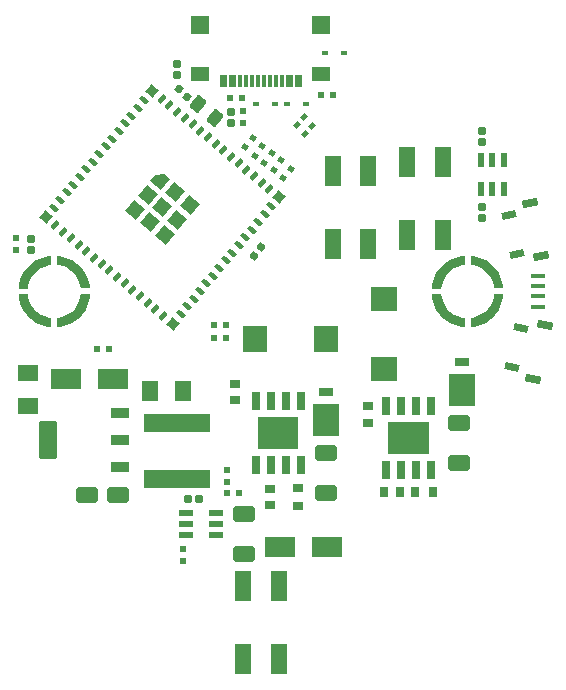
<source format=gbp>
G04*
G04 #@! TF.GenerationSoftware,Altium Limited,Altium Designer,21.9.2 (33)*
G04*
G04 Layer_Color=128*
%FSLAX25Y25*%
%MOIN*%
G70*
G04*
G04 #@! TF.SameCoordinates,C6F11EFD-203B-4413-AD8B-19CE97DDEB68*
G04*
G04*
G04 #@! TF.FilePolarity,Positive*
G04*
G01*
G75*
%ADD28R,0.05118X0.01654*%
G04:AMPARAMS|DCode=29|XSize=25mil|YSize=23.62mil|CornerRadius=2.95mil|HoleSize=0mil|Usage=FLASHONLY|Rotation=180.000|XOffset=0mil|YOffset=0mil|HoleType=Round|Shape=RoundedRectangle|*
%AMROUNDEDRECTD29*
21,1,0.02500,0.01772,0,0,180.0*
21,1,0.01909,0.02362,0,0,180.0*
1,1,0.00591,-0.00955,0.00886*
1,1,0.00591,0.00955,0.00886*
1,1,0.00591,0.00955,-0.00886*
1,1,0.00591,-0.00955,-0.00886*
%
%ADD29ROUNDEDRECTD29*%
G04:AMPARAMS|DCode=30|XSize=47.64mil|YSize=22.84mil|CornerRadius=2.85mil|HoleSize=0mil|Usage=FLASHONLY|Rotation=270.000|XOffset=0mil|YOffset=0mil|HoleType=Round|Shape=RoundedRectangle|*
%AMROUNDEDRECTD30*
21,1,0.04764,0.01713,0,0,270.0*
21,1,0.04193,0.02284,0,0,270.0*
1,1,0.00571,-0.00856,-0.02097*
1,1,0.00571,-0.00856,0.02097*
1,1,0.00571,0.00856,0.02097*
1,1,0.00571,0.00856,-0.02097*
%
%ADD30ROUNDEDRECTD30*%
G04:AMPARAMS|DCode=31|XSize=23.62mil|YSize=47.24mil|CornerRadius=0mil|HoleSize=0mil|Usage=FLASHONLY|Rotation=258.000|XOffset=0mil|YOffset=0mil|HoleType=Round|Shape=Rectangle|*
%AMROTATEDRECTD31*
4,1,4,-0.02065,0.01646,0.02556,0.00664,0.02065,-0.01646,-0.02556,-0.00664,-0.02065,0.01646,0.0*
%
%ADD31ROTATEDRECTD31*%

G04:AMPARAMS|DCode=32|XSize=51.18mil|YSize=25.59mil|CornerRadius=0mil|HoleSize=0mil|Usage=FLASHONLY|Rotation=168.000|XOffset=0mil|YOffset=0mil|HoleType=Round|Shape=Rectangle|*
%AMROTATEDRECTD32*
4,1,4,0.02769,0.00720,0.02237,-0.01784,-0.02769,-0.00720,-0.02237,0.01784,0.02769,0.00720,0.0*
%
%ADD32ROTATEDRECTD32*%

G04:AMPARAMS|DCode=33|XSize=23.62mil|YSize=47.24mil|CornerRadius=0mil|HoleSize=0mil|Usage=FLASHONLY|Rotation=282.000|XOffset=0mil|YOffset=0mil|HoleType=Round|Shape=Rectangle|*
%AMROTATEDRECTD33*
4,1,4,-0.02556,0.00664,0.02065,0.01646,0.02556,-0.00664,-0.02065,-0.01646,-0.02556,0.00664,0.0*
%
%ADD33ROTATEDRECTD33*%

G04:AMPARAMS|DCode=34|XSize=51.18mil|YSize=25.59mil|CornerRadius=0mil|HoleSize=0mil|Usage=FLASHONLY|Rotation=192.000|XOffset=0mil|YOffset=0mil|HoleType=Round|Shape=Rectangle|*
%AMROTATEDRECTD34*
4,1,4,0.02237,0.01784,0.02769,-0.00720,-0.02237,-0.01784,-0.02769,0.00720,0.02237,0.01784,0.0*
%
%ADD34ROTATEDRECTD34*%

G04:AMPARAMS|DCode=35|XSize=25mil|YSize=23.62mil|CornerRadius=2.95mil|HoleSize=0mil|Usage=FLASHONLY|Rotation=230.000|XOffset=0mil|YOffset=0mil|HoleType=Round|Shape=RoundedRectangle|*
%AMROUNDEDRECTD35*
21,1,0.02500,0.01772,0,0,230.0*
21,1,0.01909,0.02362,0,0,230.0*
1,1,0.00591,-0.01292,-0.00162*
1,1,0.00591,-0.00065,0.01301*
1,1,0.00591,0.01292,0.00162*
1,1,0.00591,0.00065,-0.01301*
%
%ADD35ROUNDEDRECTD35*%
%ADD36R,0.01870X0.01968*%
%ADD37R,0.01968X0.01870*%
G04:AMPARAMS|DCode=38|XSize=18.7mil|YSize=19.68mil|CornerRadius=0mil|HoleSize=0mil|Usage=FLASHONLY|Rotation=230.000|XOffset=0mil|YOffset=0mil|HoleType=Round|Shape=Rectangle|*
%AMROTATEDRECTD38*
4,1,4,-0.00153,0.01349,0.01355,0.00084,0.00153,-0.01349,-0.01355,-0.00084,-0.00153,0.01349,0.0*
%
%ADD38ROTATEDRECTD38*%

G04:AMPARAMS|DCode=39|XSize=51.18mil|YSize=39.37mil|CornerRadius=4.92mil|HoleSize=0mil|Usage=FLASHONLY|Rotation=50.000|XOffset=0mil|YOffset=0mil|HoleType=Round|Shape=RoundedRectangle|*
%AMROUNDEDRECTD39*
21,1,0.05118,0.02953,0,0,50.0*
21,1,0.04134,0.03937,0,0,50.0*
1,1,0.00984,0.02460,0.00634*
1,1,0.00984,-0.00198,-0.02532*
1,1,0.00984,-0.02460,-0.00634*
1,1,0.00984,0.00198,0.02532*
%
%ADD39ROUNDEDRECTD39*%
%ADD41R,0.07087X0.05315*%
%ADD42R,0.22441X0.06299*%
%ADD43R,0.01181X0.04331*%
%ADD44R,0.06299X0.05906*%
%ADD45R,0.06299X0.04724*%
%ADD46R,0.05315X0.07087*%
%ADD47R,0.09843X0.06693*%
G04:AMPARAMS|DCode=48|XSize=35.43mil|YSize=57.09mil|CornerRadius=1.95mil|HoleSize=0mil|Usage=FLASHONLY|Rotation=90.000|XOffset=0mil|YOffset=0mil|HoleType=Round|Shape=RoundedRectangle|*
%AMROUNDEDRECTD48*
21,1,0.03543,0.05319,0,0,90.0*
21,1,0.03154,0.05709,0,0,90.0*
1,1,0.00390,0.02659,0.01577*
1,1,0.00390,0.02659,-0.01577*
1,1,0.00390,-0.02659,-0.01577*
1,1,0.00390,-0.02659,0.01577*
%
%ADD48ROUNDEDRECTD48*%
G04:AMPARAMS|DCode=49|XSize=124.02mil|YSize=57.09mil|CornerRadius=2mil|HoleSize=0mil|Usage=FLASHONLY|Rotation=90.000|XOffset=0mil|YOffset=0mil|HoleType=Round|Shape=RoundedRectangle|*
%AMROUNDEDRECTD49*
21,1,0.12402,0.05309,0,0,90.0*
21,1,0.12002,0.05709,0,0,90.0*
1,1,0.00400,0.02655,0.06001*
1,1,0.00400,0.02655,-0.06001*
1,1,0.00400,-0.02655,-0.06001*
1,1,0.00400,-0.02655,0.06001*
%
%ADD49ROUNDEDRECTD49*%
%ADD50R,0.01981X0.01378*%
%ADD51P,0.04454X4X275.0*%
G04:AMPARAMS|DCode=52|XSize=31.5mil|YSize=15.75mil|CornerRadius=0mil|HoleSize=0mil|Usage=FLASHONLY|Rotation=230.000|XOffset=0mil|YOffset=0mil|HoleType=Round|Shape=Rectangle|*
%AMROTATEDRECTD52*
4,1,4,0.00409,0.01713,0.01615,0.00700,-0.00409,-0.01713,-0.01615,-0.00700,0.00409,0.01713,0.0*
%
%ADD52ROTATEDRECTD52*%

G04:AMPARAMS|DCode=53|XSize=15.75mil|YSize=31.5mil|CornerRadius=0mil|HoleSize=0mil|Usage=FLASHONLY|Rotation=230.000|XOffset=0mil|YOffset=0mil|HoleType=Round|Shape=Rectangle|*
%AMROTATEDRECTD53*
4,1,4,-0.00700,0.01615,0.01713,-0.00409,0.00700,-0.01615,-0.01713,0.00409,-0.00700,0.01615,0.0*
%
%ADD53ROTATEDRECTD53*%

%ADD55P,0.06681X4X275.0*%
G04:AMPARAMS|DCode=56|XSize=18.7mil|YSize=19.68mil|CornerRadius=0mil|HoleSize=0mil|Usage=FLASHONLY|Rotation=315.000|XOffset=0mil|YOffset=0mil|HoleType=Round|Shape=Rectangle|*
%AMROTATEDRECTD56*
4,1,4,-0.01357,-0.00035,0.00035,0.01357,0.01357,0.00035,-0.00035,-0.01357,-0.01357,-0.00035,0.0*
%
%ADD56ROTATEDRECTD56*%

%ADD57R,0.05500X0.09843*%
G04:AMPARAMS|DCode=58|XSize=25mil|YSize=23.62mil|CornerRadius=2.95mil|HoleSize=0mil|Usage=FLASHONLY|Rotation=320.000|XOffset=0mil|YOffset=0mil|HoleType=Round|Shape=RoundedRectangle|*
%AMROUNDEDRECTD58*
21,1,0.02500,0.01772,0,0,320.0*
21,1,0.01909,0.02362,0,0,320.0*
1,1,0.00591,0.00162,-0.01292*
1,1,0.00591,-0.01301,-0.00065*
1,1,0.00591,-0.00162,0.01292*
1,1,0.00591,0.01301,0.00065*
%
%ADD58ROUNDEDRECTD58*%
G04:AMPARAMS|DCode=59|XSize=72.84mil|YSize=53.15mil|CornerRadius=6.64mil|HoleSize=0mil|Usage=FLASHONLY|Rotation=180.000|XOffset=0mil|YOffset=0mil|HoleType=Round|Shape=RoundedRectangle|*
%AMROUNDEDRECTD59*
21,1,0.07284,0.03986,0,0,180.0*
21,1,0.05955,0.05315,0,0,180.0*
1,1,0.01329,-0.02977,0.01993*
1,1,0.01329,0.02977,0.01993*
1,1,0.01329,0.02977,-0.01993*
1,1,0.01329,-0.02977,-0.01993*
%
%ADD59ROUNDEDRECTD59*%
%ADD60R,0.09843X0.06693*%
G04:AMPARAMS|DCode=61|XSize=47.64mil|YSize=22.84mil|CornerRadius=2.85mil|HoleSize=0mil|Usage=FLASHONLY|Rotation=180.000|XOffset=0mil|YOffset=0mil|HoleType=Round|Shape=RoundedRectangle|*
%AMROUNDEDRECTD61*
21,1,0.04764,0.01713,0,0,180.0*
21,1,0.04193,0.02284,0,0,180.0*
1,1,0.00571,-0.02097,0.00856*
1,1,0.00571,0.02097,0.00856*
1,1,0.00571,0.02097,-0.00856*
1,1,0.00571,-0.02097,-0.00856*
%
%ADD61ROUNDEDRECTD61*%
G04:AMPARAMS|DCode=62|XSize=25mil|YSize=23.62mil|CornerRadius=2.95mil|HoleSize=0mil|Usage=FLASHONLY|Rotation=270.000|XOffset=0mil|YOffset=0mil|HoleType=Round|Shape=RoundedRectangle|*
%AMROUNDEDRECTD62*
21,1,0.02500,0.01772,0,0,270.0*
21,1,0.01909,0.02362,0,0,270.0*
1,1,0.00591,-0.00886,-0.00955*
1,1,0.00591,-0.00886,0.00955*
1,1,0.00591,0.00886,0.00955*
1,1,0.00591,0.00886,-0.00955*
%
%ADD62ROUNDEDRECTD62*%
G04:AMPARAMS|DCode=63|XSize=71.26mil|YSize=51.97mil|CornerRadius=6.5mil|HoleSize=0mil|Usage=FLASHONLY|Rotation=180.000|XOffset=0mil|YOffset=0mil|HoleType=Round|Shape=RoundedRectangle|*
%AMROUNDEDRECTD63*
21,1,0.07126,0.03898,0,0,180.0*
21,1,0.05827,0.05197,0,0,180.0*
1,1,0.01299,-0.02913,0.01949*
1,1,0.01299,0.02913,0.01949*
1,1,0.01299,0.02913,-0.01949*
1,1,0.01299,-0.02913,-0.01949*
%
%ADD63ROUNDEDRECTD63*%
%ADD64R,0.07874X0.08661*%
%ADD65R,0.08661X0.10512*%
%ADD66R,0.05000X0.03000*%
%ADD67R,0.03543X0.02756*%
G04:AMPARAMS|DCode=68|XSize=35.43mil|YSize=27.56mil|CornerRadius=3.45mil|HoleSize=0mil|Usage=FLASHONLY|Rotation=270.000|XOffset=0mil|YOffset=0mil|HoleType=Round|Shape=RoundedRectangle|*
%AMROUNDEDRECTD68*
21,1,0.03543,0.02067,0,0,270.0*
21,1,0.02854,0.02756,0,0,270.0*
1,1,0.00689,-0.01034,-0.01427*
1,1,0.00689,-0.01034,0.01427*
1,1,0.00689,0.01034,0.01427*
1,1,0.00689,0.01034,-0.01427*
%
%ADD68ROUNDEDRECTD68*%
%ADD69R,0.02756X0.03543*%
G04:AMPARAMS|DCode=70|XSize=35.43mil|YSize=27.56mil|CornerRadius=3.45mil|HoleSize=0mil|Usage=FLASHONLY|Rotation=0.000|XOffset=0mil|YOffset=0mil|HoleType=Round|Shape=RoundedRectangle|*
%AMROUNDEDRECTD70*
21,1,0.03543,0.02067,0,0,0.0*
21,1,0.02854,0.02756,0,0,0.0*
1,1,0.00689,0.01427,-0.01034*
1,1,0.00689,-0.01427,-0.01034*
1,1,0.00689,-0.01427,0.01034*
1,1,0.00689,0.01427,0.01034*
%
%ADD70ROUNDEDRECTD70*%
%ADD71R,0.08661X0.07874*%
G04:AMPARAMS|DCode=72|XSize=61.02mil|YSize=23.62mil|CornerRadius=0.59mil|HoleSize=0mil|Usage=FLASHONLY|Rotation=90.000|XOffset=0mil|YOffset=0mil|HoleType=Round|Shape=RoundedRectangle|*
%AMROUNDEDRECTD72*
21,1,0.06102,0.02244,0,0,90.0*
21,1,0.05984,0.02362,0,0,90.0*
1,1,0.00118,0.01122,0.02992*
1,1,0.00118,0.01122,-0.02992*
1,1,0.00118,-0.01122,-0.02992*
1,1,0.00118,-0.01122,0.02992*
%
%ADD72ROUNDEDRECTD72*%
G36*
X-80714Y-990D02*
X-80664Y-2042D01*
X-80180Y-4091D01*
X-79327Y-6018D01*
X-78136Y-7755D01*
X-76647Y-9244D01*
X-74910Y-10435D01*
X-72984Y-11287D01*
X-70934Y-11772D01*
X-69882Y-11822D01*
X-69882Y-11822D01*
X-69882Y-8793D01*
X-70625Y-8698D01*
X-72073Y-8314D01*
X-73431Y-7683D01*
X-74659Y-6825D01*
X-75717Y-5766D01*
X-76575Y-4539D01*
X-77206Y-3181D01*
X-77590Y-1733D01*
X-77685Y-990D01*
X-77685Y-990D01*
X-80714D01*
D02*
G37*
G36*
X-67908Y-11816D02*
X-66856Y-11766D01*
X-64806Y-11282D01*
X-62880Y-10430D01*
X-61143Y-9239D01*
X-59653Y-7750D01*
X-58463Y-6012D01*
X-57610Y-4086D01*
X-57126Y-2036D01*
X-57076Y-984D01*
X-57076Y-984D01*
X-60105Y-984D01*
X-60200Y-1728D01*
X-60584Y-3175D01*
X-61215Y-4533D01*
X-62072Y-5761D01*
X-63131Y-6820D01*
X-64359Y-7678D01*
X-65717Y-8308D01*
X-67165Y-8692D01*
X-67908Y-8788D01*
X-67908Y-8788D01*
X-67908Y-11816D01*
D02*
G37*
G36*
X-69887Y11816D02*
X-70939Y11766D01*
X-72989Y11282D01*
X-74915Y10430D01*
X-76652Y9239D01*
X-78142Y7750D01*
X-79333Y6012D01*
X-80185Y4086D01*
X-80669Y2036D01*
X-80719Y984D01*
X-80720Y984D01*
X-77691D01*
X-77595Y1728D01*
X-77211Y3175D01*
X-76581Y4533D01*
X-75723Y5761D01*
X-74664Y6820D01*
X-73436Y7678D01*
X-72078Y8308D01*
X-70631Y8692D01*
X-69887Y8788D01*
X-69887Y8788D01*
Y11816D01*
D02*
G37*
G36*
X-57092Y1000D02*
X-57142Y2052D01*
X-57627Y4102D01*
X-58479Y6028D01*
X-59670Y7765D01*
X-61159Y9255D01*
X-62896Y10445D01*
X-64823Y11298D01*
X-66872Y11782D01*
X-67924Y11832D01*
X-67924Y11832D01*
Y8803D01*
X-67181Y8708D01*
X-65733Y8324D01*
X-64375Y7693D01*
X-63148Y6835D01*
X-62089Y5776D01*
X-61231Y4549D01*
X-60600Y3191D01*
X-60216Y1743D01*
X-60121Y1000D01*
X-60121Y1000D01*
X-57092Y1000D01*
D02*
G37*
G36*
X-33329Y33932D02*
X-30292Y37551D01*
X-32101Y39069D01*
X-35429Y38778D01*
X-36948Y36969D01*
X-33329Y33932D01*
D02*
G37*
G36*
X69871Y11832D02*
X69871D01*
X69871Y11832D01*
Y11832D01*
D02*
G37*
G36*
X70923Y11782D02*
X72973Y11298D01*
X74899Y10445D01*
X76636Y9255D01*
X78126Y7765D01*
X79317Y6028D01*
X80169Y4102D01*
X80653Y2052D01*
X80703Y1000D01*
X77675Y1000D01*
X77675Y1000D01*
X77579Y1743D01*
X77195Y3191D01*
X76564Y4549D01*
X75706Y5776D01*
X74648Y6835D01*
X73420Y7693D01*
X72062Y8324D01*
X70614Y8708D01*
X69871Y8803D01*
Y11832D01*
X70923Y11782D01*
D02*
G37*
G36*
X67908Y8788D02*
X67908Y8788D01*
X67165Y8692D01*
X65717Y8308D01*
X64359Y7678D01*
X63131Y6820D01*
X62072Y5761D01*
X61215Y4533D01*
X60584Y3175D01*
X60200Y1728D01*
X60105Y984D01*
X57076D01*
X57126Y2036D01*
X57610Y4086D01*
X58463Y6012D01*
X59653Y7750D01*
X61143Y9239D01*
X62880Y10430D01*
X64806Y11282D01*
X66856Y11766D01*
X67908Y11816D01*
Y8788D01*
D02*
G37*
G36*
X57076Y984D02*
X57076Y984D01*
X57076D01*
Y984D01*
D02*
G37*
G36*
X80720Y-984D02*
X80719D01*
Y-984D01*
X80720Y-984D01*
D02*
G37*
G36*
X80669Y-2036D02*
X80185Y-4086D01*
X79333Y-6012D01*
X78142Y-7750D01*
X76652Y-9239D01*
X74915Y-10430D01*
X72989Y-11282D01*
X70939Y-11766D01*
X69887Y-11816D01*
X69887Y-8788D01*
X69887Y-8788D01*
X70631Y-8692D01*
X72078Y-8308D01*
X73436Y-7678D01*
X74664Y-6820D01*
X75723Y-5761D01*
X76581Y-4533D01*
X77211Y-3175D01*
X77595Y-1728D01*
X77691Y-984D01*
X80719Y-984D01*
X80669Y-2036D01*
D02*
G37*
G36*
X60205Y-1733D02*
X60589Y-3181D01*
X61220Y-4539D01*
X62078Y-5766D01*
X63137Y-6825D01*
X64364Y-7683D01*
X65723Y-8314D01*
X67170Y-8698D01*
X67913Y-8793D01*
X67913Y-11822D01*
X66861Y-11772D01*
X64812Y-11287D01*
X62885Y-10435D01*
X61148Y-9244D01*
X59659Y-7755D01*
X58468Y-6018D01*
X57616Y-4091D01*
X57131Y-2042D01*
X57081Y-990D01*
X60110D01*
X60110Y-990D01*
X60205Y-1733D01*
D02*
G37*
G36*
X67913Y-11822D02*
X67913Y-11822D01*
Y-11822D01*
X67913D01*
D02*
G37*
G36*
X12402Y-52579D02*
X-984D01*
Y-41909D01*
X12402D01*
Y-52579D01*
D02*
G37*
G36*
X55905Y-54154D02*
X42520D01*
Y-43484D01*
X55905D01*
Y-54154D01*
D02*
G37*
D28*
X92323Y5020D02*
D03*
Y-1673D02*
D03*
Y-5020D02*
D03*
Y1673D02*
D03*
D29*
X73622Y49724D02*
D03*
Y53425D02*
D03*
X73622Y28228D02*
D03*
Y24528D02*
D03*
X-27953Y72165D02*
D03*
Y75866D02*
D03*
X-9843Y59724D02*
D03*
Y56024D02*
D03*
X-76772Y13898D02*
D03*
Y17598D02*
D03*
D30*
X73425Y43917D02*
D03*
X77165D02*
D03*
X80905D02*
D03*
X73425Y34035D02*
D03*
X77165D02*
D03*
X80905D02*
D03*
D31*
X86543Y-12074D02*
D03*
X83760Y-25168D02*
D03*
D32*
X94564Y-11264D02*
D03*
X90758Y-29171D02*
D03*
D33*
X82579Y25561D02*
D03*
X85362Y12468D02*
D03*
D34*
X89576Y29564D02*
D03*
X93383Y11657D02*
D03*
D35*
X-24567Y64952D02*
D03*
X-27402Y67331D02*
D03*
D36*
X-54772Y-19291D02*
D03*
X-50740D02*
D03*
X20031Y65354D02*
D03*
X24063D02*
D03*
X-6252Y64567D02*
D03*
X-10283D02*
D03*
X-11764Y-11024D02*
D03*
X-15795D02*
D03*
X-11764Y-15354D02*
D03*
X-15795D02*
D03*
X-7433Y-67323D02*
D03*
X-11465D02*
D03*
D37*
X-5906Y56252D02*
D03*
Y60283D02*
D03*
X-81496Y17764D02*
D03*
Y13732D02*
D03*
X-11417Y-59402D02*
D03*
Y-63433D02*
D03*
X-25984Y-85780D02*
D03*
Y-89811D02*
D03*
D38*
X7366Y37826D02*
D03*
X9957Y40914D02*
D03*
X4216Y40582D02*
D03*
X6808Y43670D02*
D03*
X1067Y42944D02*
D03*
X3658Y46032D02*
D03*
X-2083Y45306D02*
D03*
X508Y48395D02*
D03*
X-5233Y48062D02*
D03*
X-2641Y51151D02*
D03*
D39*
X-15245Y57832D02*
D03*
X-20975Y62640D02*
D03*
D41*
X-77559Y-27264D02*
D03*
Y-38091D02*
D03*
D42*
X-27953Y-43898D02*
D03*
Y-62402D02*
D03*
D43*
X8957Y70197D02*
D03*
X9941D02*
D03*
X12106D02*
D03*
X13091D02*
D03*
X-984D02*
D03*
X6890D02*
D03*
X4921D02*
D03*
X2953D02*
D03*
X984D02*
D03*
X-2953D02*
D03*
X-4921D02*
D03*
X-6890D02*
D03*
X-8957D02*
D03*
X-9941D02*
D03*
X-12106D02*
D03*
X-13091D02*
D03*
D44*
X20177Y88878D02*
D03*
X-20177D02*
D03*
D45*
X20177Y72342D02*
D03*
X-20177D02*
D03*
D46*
X-36909Y-33071D02*
D03*
X-26083D02*
D03*
D47*
X-49213Y-29134D02*
D03*
X-64961D02*
D03*
D48*
X-46850Y-40551D02*
D03*
Y-49606D02*
D03*
Y-58661D02*
D03*
D49*
X-71063Y-49606D02*
D03*
D50*
X4731Y62598D02*
D03*
X-1581D02*
D03*
X21253Y79528D02*
D03*
X27565D02*
D03*
X8655Y62598D02*
D03*
X14967D02*
D03*
D51*
X-36216Y66934D02*
D03*
X6007Y31505D02*
D03*
X-71645Y24711D02*
D03*
X-29422Y-10718D02*
D03*
D52*
X-33049Y64277D02*
D03*
X-30486Y62126D02*
D03*
X-27922Y59975D02*
D03*
X-25359Y57824D02*
D03*
X-22795Y55673D02*
D03*
X-20232Y53522D02*
D03*
X-17668Y51370D02*
D03*
X-15104Y49219D02*
D03*
X-12541Y47068D02*
D03*
X-9977Y44917D02*
D03*
X-7414Y42766D02*
D03*
X-4850Y40615D02*
D03*
X-2287Y38464D02*
D03*
X277Y36313D02*
D03*
X2840Y34162D02*
D03*
X-32589Y-8061D02*
D03*
X-35152Y-5910D02*
D03*
X-37716Y-3759D02*
D03*
X-40279Y-1608D02*
D03*
X-42843Y543D02*
D03*
X-45407Y2694D02*
D03*
X-47970Y4845D02*
D03*
X-50534Y6996D02*
D03*
X-53097Y9148D02*
D03*
X-55661Y11299D02*
D03*
X-58224Y13450D02*
D03*
X-60788Y15601D02*
D03*
X-63351Y17752D02*
D03*
X-65915Y19903D02*
D03*
X-68478Y22054D02*
D03*
D53*
X3350Y28338D02*
D03*
X1199Y25774D02*
D03*
X-952Y23211D02*
D03*
X-3103Y20647D02*
D03*
X-5254Y18084D02*
D03*
X-7405Y15520D02*
D03*
X-9556Y12957D02*
D03*
X-11708Y10393D02*
D03*
X-13859Y7830D02*
D03*
X-16010Y5266D02*
D03*
X-18161Y2703D02*
D03*
X-20312Y139D02*
D03*
X-22463Y-2424D02*
D03*
X-24614Y-4988D02*
D03*
X-26765Y-7552D02*
D03*
X-68988Y27878D02*
D03*
X-66837Y30441D02*
D03*
X-64686Y33005D02*
D03*
X-62535Y35568D02*
D03*
X-60384Y38132D02*
D03*
X-58233Y40695D02*
D03*
X-56081Y43259D02*
D03*
X-53930Y45823D02*
D03*
X-51779Y48386D02*
D03*
X-49628Y50950D02*
D03*
X-47477Y53513D02*
D03*
X-45326Y56077D02*
D03*
X-43175Y58640D02*
D03*
X-41024Y61204D02*
D03*
X-38873Y63767D02*
D03*
D55*
X-32819Y28108D02*
D03*
X-37795Y32283D02*
D03*
X-41971Y27307D02*
D03*
X-36995Y23132D02*
D03*
X-32018Y18956D02*
D03*
X-27843Y23932D02*
D03*
X-23667Y28909D02*
D03*
X-28643Y33084D02*
D03*
D56*
X11960Y55362D02*
D03*
X14811Y52512D02*
D03*
X14323Y58118D02*
D03*
X17173Y55268D02*
D03*
D57*
X48819Y43307D02*
D03*
X60630D02*
D03*
X48819Y18898D02*
D03*
X60630D02*
D03*
X24016Y40157D02*
D03*
X35827D02*
D03*
X24016Y15748D02*
D03*
X35827D02*
D03*
X5906Y-122441D02*
D03*
X-5906D02*
D03*
X5906Y-98032D02*
D03*
X-5906D02*
D03*
D58*
X-2371Y11968D02*
D03*
X8Y14803D02*
D03*
D59*
X-5512Y-74016D02*
D03*
Y-87402D02*
D03*
X21654Y-53937D02*
D03*
Y-67323D02*
D03*
X66142Y-57087D02*
D03*
Y-43701D02*
D03*
D60*
X6299Y-85039D02*
D03*
X22047D02*
D03*
D61*
X-25020Y-81299D02*
D03*
Y-77559D02*
D03*
Y-73819D02*
D03*
X-15138Y-81299D02*
D03*
Y-77559D02*
D03*
Y-73819D02*
D03*
D62*
X-24291Y-69291D02*
D03*
X-20591D02*
D03*
D63*
X-47638Y-67716D02*
D03*
X-57874D02*
D03*
D64*
X-1969Y-15748D02*
D03*
X21654D02*
D03*
D65*
Y-42720D02*
D03*
X66929Y-32878D02*
D03*
D66*
X21654Y-33465D02*
D03*
X66929Y-23622D02*
D03*
D67*
X-8661Y-36220D02*
D03*
Y-30709D02*
D03*
X3150Y-71260D02*
D03*
Y-65748D02*
D03*
X35827Y-38189D02*
D03*
Y-43701D02*
D03*
D68*
X57284Y-66929D02*
D03*
X51378D02*
D03*
D69*
X40945Y-66929D02*
D03*
X46457D02*
D03*
D70*
X12205Y-65551D02*
D03*
Y-71457D02*
D03*
D71*
X40945Y-25984D02*
D03*
Y-2362D02*
D03*
D72*
X56713Y-59449D02*
D03*
X51713D02*
D03*
X46713D02*
D03*
X41713D02*
D03*
Y-38189D02*
D03*
X46713D02*
D03*
X51713D02*
D03*
X56713D02*
D03*
X13209Y-57874D02*
D03*
X8209D02*
D03*
X3209D02*
D03*
X-1791D02*
D03*
Y-36614D02*
D03*
X3209D02*
D03*
X8209D02*
D03*
X13209D02*
D03*
M02*

</source>
